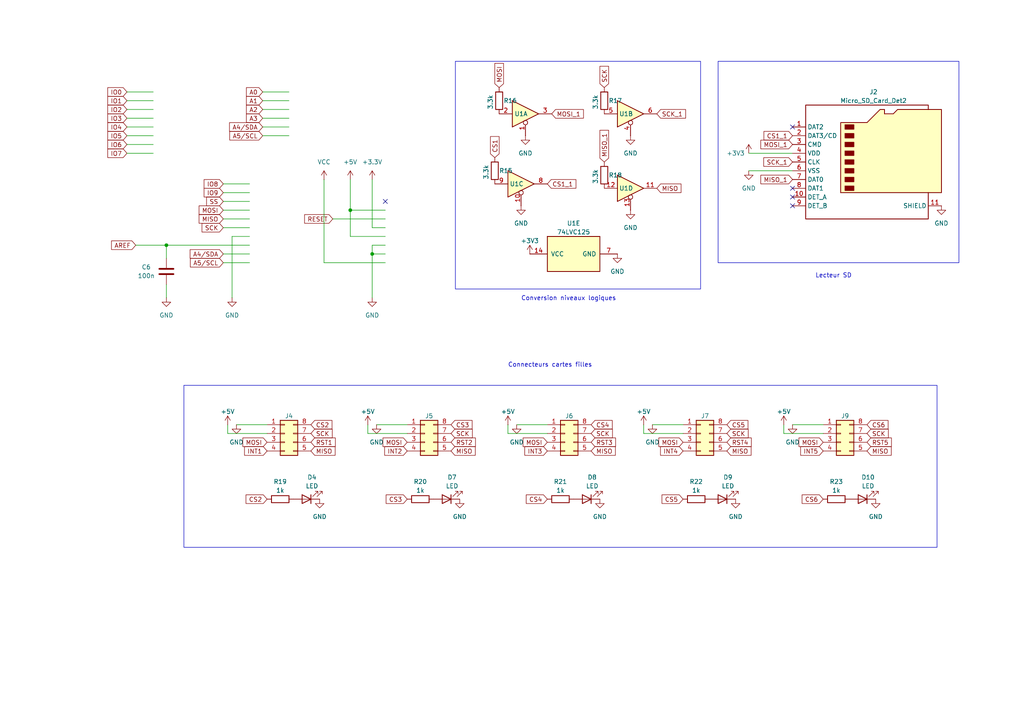
<source format=kicad_sch>
(kicad_sch (version 20231120) (generator "eeschema") (generator_version "8.0")
  (paper "A4")
  (title_block (title "PicoMother") (date "2024-10-02") (rev "0.1") (company "Bonningre Louis") (comment 1 "Lecomte Antoine"))
  (lib_symbols
    (symbol "74xx:74LVC125" (pin_names (offset 1.016))
      (property "Reference" "U" (at 0 1.27 0))
      (property "Value" "74LVC125" (at 0 -1.27 0))
      (symbol "74LVC125_1_0"
        (polyline (pts (xy -3.81 3.81) (xy -3.81 -3.81) (xy 3.81 0) (xy -3.81 3.81)) (stroke (width 0.254)) (fill (type background)))
        (pin input inverted (at 0 -6.35 90) (length 4.445) (name "~") (number "1"))
        (pin input line (at -7.62 0 0) (length 3.81) (name "~") (number "2"))
        (pin tri_state line (at 7.62 0 180) (length 3.81) (name "~") (number "3"))
      )
      (symbol "74LVC125_2_0"
        (polyline (pts (xy -3.81 3.81) (xy -3.81 -3.81) (xy 3.81 0) (xy -3.81 3.81)) (stroke (width 0.254)) (fill (type background)))
        (pin input inverted (at 0 -6.35 90) (length 4.445) (name "~") (number "4"))
        (pin input line (at -7.62 0 0) (length 3.81) (name "~") (number "5"))
        (pin tri_state line (at 7.62 0 180) (length 3.81) (name "~") (number "6"))
      )
      (symbol "74LVC125_3_0"
        (polyline (pts (xy -3.81 3.81) (xy -3.81 -3.81) (xy 3.81 0) (xy -3.81 3.81)) (stroke (width 0.254)) (fill (type background)))
        (pin input inverted (at 0 -6.35 90) (length 4.445) (name "~") (number "10"))
        (pin tri_state line (at 7.62 0 180) (length 3.81) (name "~") (number "8"))
        (pin input line (at -7.62 0 0) (length 3.81) (name "~") (number "9"))
      )
      (symbol "74LVC125_4_0"
        (polyline (pts (xy -3.81 3.81) (xy -3.81 -3.81) (xy 3.81 0) (xy -3.81 3.81)) (stroke (width 0.254)) (fill (type background)))
        (pin tri_state line (at 7.62 0 180) (length 3.81) (name "~") (number "11"))
        (pin input line (at -7.62 0 0) (length 3.81) (name "~") (number "12"))
        (pin input inverted (at 0 -6.35 90) (length 4.445) (name "~") (number "13"))
      )
      (symbol "74LVC125_5_0"
        (pin power_in line (at 0 12.7 270) (length 5.08) (name "VCC") (number "14"))
        (pin power_in line (at 0 -12.7 90) (length 5.08) (name "GND") (number "7"))
      )
      (symbol "74LVC125_5_1"
        (rectangle (start -5.08 7.62) (end 5.08 -7.62) (stroke (width 0.254)) (fill (type background)))
      )
    )
    (symbol "Connector:Micro_SD_Card_Det2"
      (property "Reference" "J" (at -16.51 17.78 0))
      (property "Value" "Micro_SD_Card_Det2" (at 16.51 17.78 0))
      (symbol "Micro_SD_Card_Det2_0_1"
        (rectangle (start -7.62 -6.985) (end -5.08 -8.255) (stroke (width 0.254)) (fill (type outline)))
        (rectangle (start -7.62 -4.445) (end -5.08 -5.715) (stroke (width 0.254)) (fill (type outline)))
        (rectangle (start -7.62 -1.905) (end -5.08 -3.175) (stroke (width 0.254)) (fill (type outline)))
        (rectangle (start -7.62 0.635) (end -5.08 -0.635) (stroke (width 0.254)) (fill (type outline)))
        (rectangle (start -7.62 3.175) (end -5.08 1.905) (stroke (width 0.254)) (fill (type outline)))
        (rectangle (start -7.62 5.715) (end -5.08 4.445) (stroke (width 0.254)) (fill (type outline)))
        (rectangle (start -7.62 8.255) (end -5.08 6.985) (stroke (width 0.254)) (fill (type outline)))
        (rectangle (start -7.62 10.795) (end -5.08 9.525) (stroke (width 0.254)) (fill (type outline)))
        (polyline (pts (xy 16.51 15.24) (xy 16.51 16.51) (xy -19.05 16.51) (xy -19.05 -16.51) (xy 16.51 -16.51) (xy 16.51 -8.89)) (stroke (width 0.254)))
        (polyline (pts (xy -8.89 -8.89) (xy -8.89 11.43) (xy -1.27 11.43) (xy 2.54 15.24) (xy 3.81 15.24) (xy 3.81 13.97) (xy 6.35 13.97) (xy 7.62 15.24) (xy 20.32 15.24) (xy 20.32 -8.89) (xy -8.89 -8.89)) (stroke (width 0.254)) (fill (type background)))
      )
      (symbol "Micro_SD_Card_Det2_1_1"
        (pin bidirectional line (at -22.86 10.16 0) (length 3.81) (name "DAT2") (number "1"))
        (pin passive line (at -22.86 -10.16 0) (length 3.81) (name "DET_A") (number "10"))
        (pin passive line (at 20.32 -12.7 180) (length 3.81) (name "SHIELD") (number "11"))
        (pin bidirectional line (at -22.86 7.62 0) (length 3.81) (name "DAT3/CD") (number "2"))
        (pin input line (at -22.86 5.08 0) (length 3.81) (name "CMD") (number "3"))
        (pin power_in line (at -22.86 2.54 0) (length 3.81) (name "VDD") (number "4"))
        (pin input line (at -22.86 0 0) (length 3.81) (name "CLK") (number "5"))
        (pin power_in line (at -22.86 -2.54 0) (length 3.81) (name "VSS") (number "6"))
        (pin bidirectional line (at -22.86 -5.08 0) (length 3.81) (name "DAT0") (number "7"))
        (pin bidirectional line (at -22.86 -7.62 0) (length 3.81) (name "DAT1") (number "8"))
        (pin passive line (at -22.86 -12.7 0) (length 3.81) (name "DET_B") (number "9"))
      )
    )
    (symbol "Connector_Generic:Conn_02x04_Counter_Clockwise" (pin_names (offset 1.016) hide)
      (property "Reference" "J" (at 1.27 5.08 0))
      (property "Value" "Conn_02x04_Counter_Clockwise" (at 1.27 -7.62 0))
      (symbol "Conn_02x04_Counter_Clockwise_1_1"
        (rectangle (start -1.27 -4.953) (end 0 -5.207) (stroke (width 0.1524)))
        (rectangle (start -1.27 -2.413) (end 0 -2.667) (stroke (width 0.1524)))
        (rectangle (start -1.27 0.127) (end 0 -0.127) (stroke (width 0.1524)))
        (rectangle (start -1.27 2.667) (end 0 2.413) (stroke (width 0.1524)))
        (rectangle (start -1.27 3.81) (end 3.81 -6.35) (stroke (width 0.254)) (fill (type background)))
        (rectangle (start 3.81 -4.953) (end 2.54 -5.207) (stroke (width 0.1524)))
        (rectangle (start 3.81 -2.413) (end 2.54 -2.667) (stroke (width 0.1524)))
        (rectangle (start 3.81 0.127) (end 2.54 -0.127) (stroke (width 0.1524)))
        (rectangle (start 3.81 2.667) (end 2.54 2.413) (stroke (width 0.1524)))
        (pin passive line (at -5.08 2.54 0) (length 3.81) (name "Pin_1") (number "1"))
        (pin passive line (at -5.08 0 0) (length 3.81) (name "Pin_2") (number "2"))
        (pin passive line (at -5.08 -2.54 0) (length 3.81) (name "Pin_3") (number "3"))
        (pin passive line (at -5.08 -5.08 0) (length 3.81) (name "Pin_4") (number "4"))
        (pin passive line (at 7.62 -5.08 180) (length 3.81) (name "Pin_5") (number "5"))
        (pin passive line (at 7.62 -2.54 180) (length 3.81) (name "Pin_6") (number "6"))
        (pin passive line (at 7.62 0 180) (length 3.81) (name "Pin_7") (number "7"))
        (pin passive line (at 7.62 2.54 180) (length 3.81) (name "Pin_8") (number "8"))
      )
    )
    (symbol "Device:C" (pin_numbers hide) (pin_names (offset 0.254))
      (property "Reference" "C" (at 0.635 2.54 0))
      (property "Value" "C" (at 0.635 -2.54 0))
      (symbol "C_0_1"
        (polyline (pts (xy -2.032 -0.762) (xy 2.032 -0.762)) (stroke (width 0.508)))
        (polyline (pts (xy -2.032 0.762) (xy 2.032 0.762)) (stroke (width 0.508)))
      )
      (symbol "C_1_1"
        (pin passive line (at 0 3.81 270) (length 2.794) (name "~") (number "1"))
        (pin passive line (at 0 -3.81 90) (length 2.794) (name "~") (number "2"))
      )
    )
    (symbol "Device:LED" (pin_numbers hide) (pin_names (offset 1.016) hide)
      (property "Reference" "D" (at 0 2.54 0))
      (property "Value" "LED" (at 0 -2.54 0))
      (symbol "LED_0_1"
        (polyline (pts (xy -1.27 -1.27) (xy -1.27 1.27)) (stroke (width 0.254)))
        (polyline (pts (xy -1.27 0) (xy 1.27 0)))
        (polyline (pts (xy 1.27 -1.27) (xy 1.27 1.27) (xy -1.27 0) (xy 1.27 -1.27)) (stroke (width 0.254)))
        (polyline (pts (xy -3.048 -0.762) (xy -4.572 -2.286) (xy -3.81 -2.286) (xy -4.572 -2.286) (xy -4.572 -1.524)))
        (polyline (pts (xy -1.778 -0.762) (xy -3.302 -2.286) (xy -2.54 -2.286) (xy -3.302 -2.286) (xy -3.302 -1.524)))
      )
      (symbol "LED_1_1"
        (pin passive line (at -3.81 0 0) (length 2.54) (name "K") (number "1"))
        (pin passive line (at 3.81 0 180) (length 2.54) (name "A") (number "2"))
      )
    )
    (symbol "Device:R" (pin_numbers hide) (pin_names (offset 0))
      (property "Reference" "R" (at 2.032 0 90))
      (property "Value" "R" (at 0 0 90))
      (symbol "R_0_1"
        (rectangle (start -1.016 -2.54) (end 1.016 2.54) (stroke (width 0.254)))
      )
      (symbol "R_1_1"
        (pin passive line (at 0 3.81 270) (length 1.27) (name "~") (number "1"))
        (pin passive line (at 0 -3.81 90) (length 1.27) (name "~") (number "2"))
      )
    )
    (symbol "power:+3.3V" (power) (pin_numbers hide) (pin_names (offset 0) hide)
      (property "Value" "+3.3V" (at 0 3.556 0))
      (symbol "+3.3V_0_1"
        (polyline (pts (xy -0.762 1.27) (xy 0 2.54)))
        (polyline (pts (xy 0 0) (xy 0 2.54)))
        (polyline (pts (xy 0 2.54) (xy 0.762 1.27)))
      )
      (symbol "+3.3V_1_1"
        (pin power_in line (at 0 0 90) (length 0) (name "~") (number "1"))
      )
    )
    (symbol "power:+5V" (power) (pin_numbers hide) (pin_names (offset 0) hide)
      (property "Value" "+5V" (at 0 3.556 0))
      (symbol "+5V_0_1"
        (polyline (pts (xy -0.762 1.27) (xy 0 2.54)))
        (polyline (pts (xy 0 0) (xy 0 2.54)))
        (polyline (pts (xy 0 2.54) (xy 0.762 1.27)))
      )
      (symbol "+5V_1_1"
        (pin power_in line (at 0 0 90) (length 0) (name "~") (number "1"))
      )
    )
    (symbol "power:GND" (power) (pin_numbers hide) (pin_names (offset 0) hide)
      (property "Value" "GND" (at 0 -3.81 0))
      (symbol "GND_0_1"
        (polyline (pts (xy 0 0) (xy 0 -1.27) (xy 1.27 -1.27) (xy 0 -2.54) (xy -1.27 -1.27) (xy 0 -1.27)))
      )
      (symbol "GND_1_1"
        (pin power_in line (at 0 0 270) (length 0) (name "~") (number "1"))
      )
    )
    (symbol "power:VCC" (power) (pin_numbers hide) (pin_names (offset 0) hide)
      (property "Value" "VCC" (at 0 3.556 0))
      (symbol "VCC_0_1"
        (polyline (pts (xy -0.762 1.27) (xy 0 2.54)))
        (polyline (pts (xy 0 0) (xy 0 2.54)))
        (polyline (pts (xy 0 2.54) (xy 0.762 1.27)))
      )
      (symbol "VCC_1_1"
        (pin power_in line (at 0 0 90) (length 0) (name "~") (number "1"))
      )
    )
  )
  (junction (at 101.6 60.96))
  (junction (at 107.95 73.66))
  (junction (at 48.26 71.12))
  (no_connect (at 229.87 36.83))
  (no_connect (at 111.76 58.42))
  (no_connect (at 229.87 57.15))
  (no_connect (at 229.87 54.61))
  (no_connect (at 229.87 59.69))
  (wire (pts (xy 64.77 58.42) (xy 72.39 58.42)))
  (wire (pts (xy 64.77 66.04) (xy 72.39 66.04)))
  (wire (pts (xy 96.52 63.5) (xy 111.76 63.5)))
  (wire (pts (xy 64.77 63.5) (xy 72.39 63.5)))
  (wire (pts (xy 101.6 68.58) (xy 101.6 60.96)))
  (wire (pts (xy 198.12 125.73) (xy 186.69 125.73)))
  (wire (pts (xy 93.98 76.2) (xy 111.76 76.2)))
  (wire (pts (xy 229.87 123.19) (xy 238.76 123.19)))
  (wire (pts (xy 76.2 39.37) (xy 83.82 39.37)))
  (wire (pts (xy 36.83 26.67) (xy 44.45 26.67)))
  (wire (pts (xy 101.6 52.07) (xy 101.6 60.96)))
  (wire (pts (xy 107.95 52.07) (xy 107.95 66.04)))
  (wire (pts (xy 64.77 60.96) (xy 72.39 60.96)))
  (wire (pts (xy 67.31 68.58) (xy 72.39 68.58)))
  (wire (pts (xy 67.31 68.58) (xy 67.31 86.36)))
  (wire (pts (xy 76.2 26.67) (xy 83.82 26.67)))
  (wire (pts (xy 64.77 55.88) (xy 72.39 55.88)))
  (wire (pts (xy 107.95 73.66) (xy 107.95 71.12)))
  (wire (pts (xy 48.26 71.12) (xy 72.39 71.12)))
  (wire (pts (xy 48.26 86.36) (xy 48.26 82.55)))
  (wire (pts (xy 111.76 68.58) (xy 101.6 68.58)))
  (wire (pts (xy 107.95 71.12) (xy 111.76 71.12)))
  (wire (pts (xy 217.17 49.53) (xy 229.87 49.53)))
  (wire (pts (xy 109.22 123.19) (xy 118.11 123.19)))
  (wire (pts (xy 48.26 71.12) (xy 39.37 71.12)))
  (wire (pts (xy 106.68 125.73) (xy 106.68 123.19)))
  (wire (pts (xy 36.83 31.75) (xy 44.45 31.75)))
  (wire (pts (xy 36.83 34.29) (xy 44.45 34.29)))
  (wire (pts (xy 107.95 73.66) (xy 111.76 73.66)))
  (wire (pts (xy 48.26 74.93) (xy 48.26 71.12)))
  (wire (pts (xy 186.69 125.73) (xy 186.69 123.19)))
  (wire (pts (xy 76.2 31.75) (xy 83.82 31.75)))
  (wire (pts (xy 147.32 125.73) (xy 147.32 123.19)))
  (wire (pts (xy 76.2 29.21) (xy 83.82 29.21)))
  (wire (pts (xy 64.77 76.2) (xy 72.39 76.2)))
  (wire (pts (xy 189.23 123.19) (xy 198.12 123.19)))
  (wire (pts (xy 36.83 44.45) (xy 44.45 44.45)))
  (wire (pts (xy 76.2 34.29) (xy 83.82 34.29)))
  (wire (pts (xy 107.95 86.36) (xy 107.95 73.66)))
  (wire (pts (xy 36.83 36.83) (xy 44.45 36.83)))
  (wire (pts (xy 118.11 125.73) (xy 106.68 125.73)))
  (wire (pts (xy 238.76 125.73) (xy 227.33 125.73)))
  (wire (pts (xy 101.6 60.96) (xy 111.76 60.96)))
  (wire (pts (xy 149.86 123.19) (xy 158.75 123.19)))
  (wire (pts (xy 158.75 125.73) (xy 147.32 125.73)))
  (wire (pts (xy 64.77 53.34) (xy 72.39 53.34)))
  (wire (pts (xy 227.33 125.73) (xy 227.33 123.19)))
  (wire (pts (xy 68.58 123.19) (xy 77.47 123.19)))
  (wire (pts (xy 36.83 39.37) (xy 44.45 39.37)))
  (wire (pts (xy 36.83 29.21) (xy 44.45 29.21)))
  (wire (pts (xy 217.17 44.45) (xy 229.87 44.45)))
  (wire (pts (xy 77.47 125.73) (xy 66.04 125.73)))
  (wire (pts (xy 36.83 41.91) (xy 44.45 41.91)))
  (wire (pts (xy 76.2 36.83) (xy 83.82 36.83)))
  (wire (pts (xy 66.04 125.73) (xy 66.04 123.19)))
  (wire (pts (xy 64.77 73.66) (xy 72.39 73.66)))
  (wire (pts (xy 93.98 52.07) (xy 93.98 76.2)))
  (wire (pts (xy 107.95 66.04) (xy 111.76 66.04)))
  (rectangle (start 53.34 111.76) (end 271.78 158.75))
  (rectangle (start 132.08 17.78) (end 203.2 83.82))
  (rectangle (start 208.28 17.78) (end 278.13 76.2))
  (text "Conversion niveaux logiques" (at 151.13 87.376 0) (effects (font (size 1.27 1.27)) (justify left bottom)))
  (text "Lecteur SD" (at 236.474 80.772 0) (effects (font (size 1.27 1.27)) (justify left bottom)))
  (text "Connecteurs cartes filles" (at 147.32 106.68 0) (effects (font (size 1.27 1.27)) (justify left bottom)))
  (global_label "A5{slash}SCL" (shape input) (at 64.77 76.2 180) (property "Intersheetrefs" "${INTERSHEET_REFS}" (effects (hide yes))))
  (global_label "IO3" (shape input) (at 36.83 34.29 180) (property "Intersheetrefs" "${INTERSHEET_REFS}" (effects (hide yes))))
  (global_label "INT5" (shape input) (at 238.76 130.81 180) (property "Intersheetrefs" "${INTERSHEET_REFS}" (effects (hide yes))))
  (global_label "SS" (shape input) (at 64.77 58.42 180) (property "Intersheetrefs" "${INTERSHEET_REFS}" (effects (hide yes))))
  (global_label "CS3" (shape input) (at 130.81 123.19 0) (property "Intersheetrefs" "${INTERSHEET_REFS}" (effects (hide yes))))
  (global_label "MOSI" (shape input) (at 198.12 128.27 180) (property "Intersheetrefs" "${INTERSHEET_REFS}" (effects (hide yes))))
  (global_label "CS6" (shape input) (at 251.46 123.19 0) (property "Intersheetrefs" "${INTERSHEET_REFS}" (effects (hide yes))))
  (global_label "RST2" (shape input) (at 130.81 128.27 0) (property "Intersheetrefs" "${INTERSHEET_REFS}" (effects (hide yes))))
  (global_label "RST5" (shape input) (at 251.46 128.27 0) (property "Intersheetrefs" "${INTERSHEET_REFS}" (effects (hide yes))))
  (global_label "A5{slash}SCL" (shape input) (at 76.2 39.37 180) (property "Intersheetrefs" "${INTERSHEET_REFS}" (effects (hide yes))))
  (global_label "CS1" (shape input) (at 143.51 45.72 90) (property "Intersheetrefs" "${INTERSHEET_REFS}" (effects (hide yes))))
  (global_label "SCK" (shape input) (at 251.46 125.73 0) (property "Intersheetrefs" "${INTERSHEET_REFS}" (effects (hide yes))))
  (global_label "CS5" (shape input) (at 210.82 123.19 0) (property "Intersheetrefs" "${INTERSHEET_REFS}" (effects (hide yes))))
  (global_label "INT2" (shape input) (at 118.11 130.81 180) (property "Intersheetrefs" "${INTERSHEET_REFS}" (effects (hide yes))))
  (global_label "CS4" (shape input) (at 171.45 123.19 0) (property "Intersheetrefs" "${INTERSHEET_REFS}" (effects (hide yes))))
  (global_label "MOSI" (shape input) (at 77.47 128.27 180) (property "Intersheetrefs" "${INTERSHEET_REFS}" (effects (hide yes))))
  (global_label "MOSI" (shape input) (at 64.77 60.96 180) (property "Intersheetrefs" "${INTERSHEET_REFS}" (effects (hide yes))))
  (global_label "SCK" (shape input) (at 64.77 66.04 180) (property "Intersheetrefs" "${INTERSHEET_REFS}" (effects (hide yes))))
  (global_label "A3" (shape input) (at 76.2 34.29 180) (property "Intersheetrefs" "${INTERSHEET_REFS}" (effects (hide yes))))
  (global_label "INT1" (shape input) (at 77.47 130.81 180) (property "Intersheetrefs" "${INTERSHEET_REFS}" (effects (hide yes))))
  (global_label "IO2" (shape input) (at 36.83 31.75 180) (property "Intersheetrefs" "${INTERSHEET_REFS}" (effects (hide yes))))
  (global_label "IO1" (shape input) (at 36.83 29.21 180) (property "Intersheetrefs" "${INTERSHEET_REFS}" (effects (hide yes))))
  (global_label "SCK" (shape input) (at 210.82 125.73 0) (property "Intersheetrefs" "${INTERSHEET_REFS}" (effects (hide yes))))
  (global_label "MOSI_1" (shape input) (at 229.87 41.91 180) (property "Intersheetrefs" "${INTERSHEET_REFS}" (effects (hide yes))))
  (global_label "IO7" (shape input) (at 36.83 44.45 180) (property "Intersheetrefs" "${INTERSHEET_REFS}" (effects (hide yes))))
  (global_label "IO6" (shape input) (at 36.83 41.91 180) (property "Intersheetrefs" "${INTERSHEET_REFS}" (effects (hide yes))))
  (global_label "AREF" (shape input) (at 39.37 71.12 180) (property "Intersheetrefs" "${INTERSHEET_REFS}" (effects (hide yes))))
  (global_label "CS3" (shape input) (at 118.11 144.78 180) (property "Intersheetrefs" "${INTERSHEET_REFS}" (effects (hide yes))))
  (global_label "RST3" (shape input) (at 171.45 128.27 0) (property "Intersheetrefs" "${INTERSHEET_REFS}" (effects (hide yes))))
  (global_label "A4{slash}SDA" (shape input) (at 64.77 73.66 180) (property "Intersheetrefs" "${INTERSHEET_REFS}" (effects (hide yes))))
  (global_label "IO0" (shape input) (at 36.83 26.67 180) (property "Intersheetrefs" "${INTERSHEET_REFS}" (effects (hide yes))))
  (global_label "INT4" (shape input) (at 198.12 130.81 180) (property "Intersheetrefs" "${INTERSHEET_REFS}" (effects (hide yes))))
  (global_label "MISO" (shape input) (at 90.17 130.81 0) (property "Intersheetrefs" "${INTERSHEET_REFS}" (effects (hide yes))))
  (global_label "MISO" (shape input) (at 251.46 130.81 0) (property "Intersheetrefs" "${INTERSHEET_REFS}" (effects (hide yes))))
  (global_label "MISO_1" (shape input) (at 175.26 46.99 90) (property "Intersheetrefs" "${INTERSHEET_REFS}" (effects (hide yes))))
  (global_label "MISO" (shape input) (at 64.77 63.5 180) (property "Intersheetrefs" "${INTERSHEET_REFS}" (effects (hide yes))))
  (global_label "SCK" (shape input) (at 130.81 125.73 0) (property "Intersheetrefs" "${INTERSHEET_REFS}" (effects (hide yes))))
  (global_label "INT3" (shape input) (at 158.75 130.81 180) (property "Intersheetrefs" "${INTERSHEET_REFS}" (effects (hide yes))))
  (global_label "SCK" (shape input) (at 175.26 25.4 90) (property "Intersheetrefs" "${INTERSHEET_REFS}" (effects (hide yes))))
  (global_label "CS2" (shape input) (at 90.17 123.19 0) (property "Intersheetrefs" "${INTERSHEET_REFS}" (effects (hide yes))))
  (global_label "RESET" (shape input) (at 96.52 63.5 180) (property "Intersheetrefs" "${INTERSHEET_REFS}" (effects (hide yes))))
  (global_label "IO9" (shape input) (at 64.77 55.88 180) (property "Intersheetrefs" "${INTERSHEET_REFS}" (effects (hide yes))))
  (global_label "CS2" (shape input) (at 77.47 144.78 180) (property "Intersheetrefs" "${INTERSHEET_REFS}" (effects (hide yes))))
  (global_label "A0" (shape input) (at 76.2 26.67 180) (property "Intersheetrefs" "${INTERSHEET_REFS}" (effects (hide yes))))
  (global_label "MOSI_1" (shape input) (at 160.02 33.02 0) (property "Intersheetrefs" "${INTERSHEET_REFS}" (effects (hide yes))))
  (global_label "A1" (shape input) (at 76.2 29.21 180) (property "Intersheetrefs" "${INTERSHEET_REFS}" (effects (hide yes))))
  (global_label "MISO_1" (shape input) (at 229.87 52.07 180) (property "Intersheetrefs" "${INTERSHEET_REFS}" (effects (hide yes))))
  (global_label "CS1_1" (shape input) (at 229.87 39.37 180) (property "Intersheetrefs" "${INTERSHEET_REFS}" (effects (hide yes))))
  (global_label "CS5" (shape input) (at 198.12 144.78 180) (property "Intersheetrefs" "${INTERSHEET_REFS}" (effects (hide yes))))
  (global_label "RST1" (shape input) (at 90.17 128.27 0) (property "Intersheetrefs" "${INTERSHEET_REFS}" (effects (hide yes))))
  (global_label "MOSI" (shape input) (at 118.11 128.27 180) (property "Intersheetrefs" "${INTERSHEET_REFS}" (effects (hide yes))))
  (global_label "CS6" (shape input) (at 238.76 144.78 180) (property "Intersheetrefs" "${INTERSHEET_REFS}" (effects (hide yes))))
  (global_label "RST4" (shape input) (at 210.82 128.27 0) (property "Intersheetrefs" "${INTERSHEET_REFS}" (effects (hide yes))))
  (global_label "MOSI" (shape input) (at 158.75 128.27 180) (property "Intersheetrefs" "${INTERSHEET_REFS}" (effects (hide yes))))
  (global_label "A2" (shape input) (at 76.2 31.75 180) (property "Intersheetrefs" "${INTERSHEET_REFS}" (effects (hide yes))))
  (global_label "MISO" (shape input) (at 210.82 130.81 0) (property "Intersheetrefs" "${INTERSHEET_REFS}" (effects (hide yes))))
  (global_label "IO4" (shape input) (at 36.83 36.83 180) (property "Intersheetrefs" "${INTERSHEET_REFS}" (effects (hide yes))))
  (global_label "SCK_1" (shape input) (at 229.87 46.99 180) (property "Intersheetrefs" "${INTERSHEET_REFS}" (effects (hide yes))))
  (global_label "A4{slash}SDA" (shape input) (at 76.2 36.83 180) (property "Intersheetrefs" "${INTERSHEET_REFS}" (effects (hide yes))))
  (global_label "MOSI" (shape input) (at 144.78 25.4 90) (property "Intersheetrefs" "${INTERSHEET_REFS}" (effects (hide yes))))
  (global_label "CS4" (shape input) (at 158.75 144.78 180) (property "Intersheetrefs" "${INTERSHEET_REFS}" (effects (hide yes))))
  (global_label "CS1_1" (shape input) (at 158.75 53.34 0) (property "Intersheetrefs" "${INTERSHEET_REFS}" (effects (hide yes))))
  (global_label "SCK" (shape input) (at 90.17 125.73 0) (property "Intersheetrefs" "${INTERSHEET_REFS}" (effects (hide yes))))
  (global_label "IO8" (shape input) (at 64.77 53.34 180) (property "Intersheetrefs" "${INTERSHEET_REFS}" (effects (hide yes))))
  (global_label "MOSI" (shape input) (at 238.76 128.27 180) (property "Intersheetrefs" "${INTERSHEET_REFS}" (effects (hide yes))))
  (global_label "MISO" (shape input) (at 130.81 130.81 0) (property "Intersheetrefs" "${INTERSHEET_REFS}" (effects (hide yes))))
  (global_label "SCK" (shape input) (at 171.45 125.73 0) (property "Intersheetrefs" "${INTERSHEET_REFS}" (effects (hide yes))))
  (global_label "MISO" (shape input) (at 171.45 130.81 0) (property "Intersheetrefs" "${INTERSHEET_REFS}" (effects (hide yes))))
  (global_label "IO5" (shape input) (at 36.83 39.37 180) (property "Intersheetrefs" "${INTERSHEET_REFS}" (effects (hide yes))))
  (global_label "SCK_1" (shape input) (at 190.5 33.02 0) (property "Intersheetrefs" "${INTERSHEET_REFS}" (effects (hide yes))))
  (global_label "MISO" (shape input) (at 190.5 54.61 0) (property "Intersheetrefs" "${INTERSHEET_REFS}" (effects (hide yes))))
  (symbol (lib_id "Connector_Generic:Conn_02x04_Counter_Clockwise") (at 123.19 125.73 0) (unit 1)
    (property "Reference" "J5" (at 124.46 120.65 0))
    (property "Value" "Conn_02x04_Counter_Clockwise" (effects (hide yes)))
    (property "Footprint" "Connector_IDC:IDC-Header_2x04_P2.54mm_Vertical" (effects (hide yes)))
  )
  (symbol (lib_id "power:+3.3V") (at 153.67 73.66 0) (unit 1)
    (property "Reference" "#PWR06" (effects (hide yes)))
    (property "Value" "+3V3" (at 153.67 69.85 0))
  )
  (symbol (lib_id "power:GND") (at 107.95 86.36 0) (unit 1)
    (property "Reference" "#PWR045" (effects (hide yes)))
    (property "Value" "GND" (at 107.95 91.44 0))
    (property "Description" "Power symbol creates a global label with name \"GND\" , ground" (effects (hide yes)))
  )
  (symbol (lib_id "Device:LED") (at 170.18 144.78 180) (unit 1)
    (property "Reference" "D8" (at 171.7675 138.43 0))
    (property "Value" "LED" (at 171.7675 140.97 0))
    (property "Footprint" "LED_SMD:LED_0603_1608Metric_Pad1.05x0.95mm_HandSolder" (effects (hide yes)))
  )
  (symbol (lib_id "power:GND") (at 109.22 123.19 0) (unit 1)
    (property "Reference" "#PWR017" (effects (hide yes)))
    (property "Value" "GND" (at 109.22 128.27 0))
  )
  (symbol (lib_id "Device:R") (at 201.93 144.78 90) (unit 1)
    (property "Reference" "R22" (at 201.93 139.7 90))
    (property "Value" "1k" (at 201.93 142.24 90))
    (property "Footprint" "Resistor_SMD:R_0603_1608Metric_Pad0.98x0.95mm_HandSolder" (effects (hide yes)))
  )
  (symbol (lib_id "power:GND") (at 273.05 59.69 0) (unit 1)
    (property "Reference" "#PWR012" (effects (hide yes)))
    (property "Value" "GND" (at 273.05 64.77 0))
  )
  (symbol (lib_id "74xx:74LVC125") (at 152.4 33.02 0) (unit 1)
    (property "Reference" "U1" (at 151.13 33.02 0))
    (property "Value" "74LVC125" (effects (hide yes)))
    (property "Footprint" "Package_SO:SOIC-14_3.9x8.7mm_P1.27mm" (effects (hide yes)))
    (property "Datasheet" "http://www.ti.com/lit/gpn/sn74LVC125" (effects (hide yes)))
  )
  (symbol (lib_id "Device:C") (at 48.26 78.74 0) (unit 1)
    (property "Reference" "C6" (at 42.418 77.47 0))
    (property "Value" "100n" (at 42.418 80.01 0))
    (property "Footprint" "Capacitor_SMD:C_0603_1608Metric" (effects (hide yes)))
    (property "Description" "Unpolarized capacitor" (effects (hide yes)))
  )
  (symbol (lib_id "Device:LED") (at 209.55 144.78 180) (unit 1)
    (property "Reference" "D9" (at 211.1375 138.43 0))
    (property "Value" "LED" (at 211.1375 140.97 0))
    (property "Footprint" "LED_SMD:LED_0603_1608Metric_Pad1.05x0.95mm_HandSolder" (effects (hide yes)))
  )
  (symbol (lib_id "Device:R") (at 81.28 144.78 90) (unit 1)
    (property "Reference" "R19" (at 81.28 139.7 90))
    (property "Value" "1k" (at 81.28 142.24 90))
    (property "Footprint" "Resistor_SMD:R_0603_1608Metric_Pad0.98x0.95mm_HandSolder" (effects (hide yes)))
  )
  (symbol (lib_id "power:GND") (at 67.31 86.36 0) (unit 1)
    (property "Reference" "#PWR036" (effects (hide yes)))
    (property "Value" "GND" (at 67.31 91.44 0))
    (property "Description" "Power symbol creates a global label with name \"GND\" , ground" (effects (hide yes)))
  )
  (symbol (lib_id "power:GND") (at 213.36 144.78 0) (unit 1)
    (property "Reference" "#PWR049" (effects (hide yes)))
    (property "Value" "GND" (at 213.36 149.86 0))
  )
  (symbol (lib_id "Device:LED") (at 129.54 144.78 180) (unit 1)
    (property "Reference" "D7" (at 131.1275 138.43 0))
    (property "Value" "LED" (at 131.1275 140.97 0))
    (property "Footprint" "LED_SMD:LED_0603_1608Metric_Pad1.05x0.95mm_HandSolder" (effects (hide yes)))
  )
  (symbol (lib_id "Device:R") (at 175.26 50.8 0) (unit 1)
    (property "Reference" "R18" (at 176.53 50.8 0) (effects (justify left)))
    (property "Value" "3.3k" (at 172.72 53.34 90) (effects (justify left)))
    (property "Footprint" "Resistor_SMD:R_0603_1608Metric_Pad0.98x0.95mm_HandSolder" (effects (hide yes)))
  )
  (symbol (lib_id "power:GND") (at 254 144.78 0) (unit 1)
    (property "Reference" "#PWR052" (effects (hide yes)))
    (property "Value" "GND" (at 254 149.86 0))
  )
  (symbol (lib_id "Connector:Micro_SD_Card_Det2") (at 252.73 46.99 0) (unit 1)
    (property "Reference" "J2" (at 253.365 26.67 0))
    (property "Value" "Micro_SD_Card_Det2" (at 253.365 29.21 0))
    (property "Footprint" "Connector_Card:microSD_HC_Molex_104031-0811" (effects (hide yes)))
    (property "Datasheet" "https://www.hirose.com/en/product/document?clcode=&productname=&series=DM3&documenttype=Catalog&lang=en&documentid=D49662_en" (effects (hide yes)))
  )
  (symbol (lib_id "power:+5V") (at 106.68 123.19 0) (unit 1)
    (property "Reference" "#PWR016" (effects (hide yes)))
    (property "Value" "+5V" (at 106.68 119.38 0))
  )
  (symbol (lib_id "Device:R") (at 175.26 29.21 0) (unit 1)
    (property "Reference" "R17" (at 176.53 29.21 0) (effects (justify left)))
    (property "Value" "3.3k" (at 172.72 31.75 90) (effects (justify left)))
    (property "Footprint" "Resistor_SMD:R_0603_1608Metric_Pad0.98x0.95mm_HandSolder" (effects (hide yes)))
  )
  (symbol (lib_id "power:GND") (at 151.13 59.69 0) (unit 1)
    (property "Reference" "#PWR04" (effects (hide yes)))
    (property "Value" "GND" (at 151.13 64.77 0))
  )
  (symbol (lib_id "power:GND") (at 229.87 123.19 0) (unit 1)
    (property "Reference" "#PWR051" (effects (hide yes)))
    (property "Value" "GND" (at 229.87 128.27 0))
  )
  (symbol (lib_id "power:GND") (at 149.86 123.19 0) (unit 1)
    (property "Reference" "#PWR033" (effects (hide yes)))
    (property "Value" "GND" (at 149.86 128.27 0))
  )
  (symbol (lib_id "Connector_Generic:Conn_02x04_Counter_Clockwise") (at 243.84 125.73 0) (unit 1)
    (property "Reference" "J9" (at 245.11 120.65 0))
    (property "Value" "Conn_02x04_Counter_Clockwise" (effects (hide yes)))
    (property "Footprint" "Connector_IDC:IDC-Header_2x04_P2.54mm_Vertical" (effects (hide yes)))
  )
  (symbol (lib_id "power:GND") (at 152.4 39.37 0) (unit 1)
    (property "Reference" "#PWR05" (effects (hide yes)))
    (property "Value" "GND" (at 152.4 44.45 0))
  )
  (symbol (lib_id "power:GND") (at 48.26 86.36 0) (unit 1)
    (property "Reference" "#PWR034" (effects (hide yes)))
    (property "Value" "GND" (at 48.26 91.44 0))
    (property "Description" "Power symbol creates a global label with name \"GND\" , ground" (effects (hide yes)))
  )
  (symbol (lib_id "power:GND") (at 189.23 123.19 0) (unit 1)
    (property "Reference" "#PWR048" (effects (hide yes)))
    (property "Value" "GND" (at 189.23 128.27 0))
  )
  (symbol (lib_id "Device:LED") (at 88.9 144.78 180) (unit 1)
    (property "Reference" "D4" (at 90.4875 138.43 0))
    (property "Value" "LED" (at 90.4875 140.97 0))
    (property "Footprint" "LED_SMD:LED_0603_1608Metric_Pad1.05x0.95mm_HandSolder" (effects (hide yes)))
  )
  (symbol (lib_id "Connector_Generic:Conn_02x04_Counter_Clockwise") (at 203.2 125.73 0) (unit 1)
    (property "Reference" "J7" (at 204.47 120.65 0))
    (property "Value" "Conn_02x04_Counter_Clockwise" (effects (hide yes)))
    (property "Footprint" "Connector_IDC:IDC-Header_2x04_P2.54mm_Vertical" (effects (hide yes)))
  )
  (symbol (lib_id "74xx:74LVC125") (at 182.88 33.02 0) (unit 2)
    (property "Reference" "U1" (at 181.61 33.02 0))
    (property "Value" "74LVC125" (effects (hide yes)))
    (property "Footprint" "Package_SO:SOIC-14_3.9x8.7mm_P1.27mm" (effects (hide yes)))
    (property "Datasheet" "http://www.ti.com/lit/gpn/sn74LVC125" (effects (hide yes)))
  )
  (symbol (lib_id "power:+3.3V") (at 107.95 52.07 0) (unit 1)
    (property "Reference" "#PWR030" (effects (hide yes)))
    (property "Value" "+3.3V" (at 107.95 46.99 0))
    (property "Description" "Power symbol creates a global label with name \"+3.3V\"" (effects (hide yes)))
  )
  (symbol (lib_id "Connector_Generic:Conn_02x04_Counter_Clockwise") (at 82.55 125.73 0) (unit 1)
    (property "Reference" "J4" (at 83.82 120.65 0))
    (property "Value" "Conn_02x04_Counter_Clockwise" (effects (hide yes)))
    (property "Footprint" "Connector_IDC:IDC-Header_2x04_P2.54mm_Vertical" (effects (hide yes)))
  )
  (symbol (lib_id "power:GND") (at 68.58 123.19 0) (unit 1)
    (property "Reference" "#PWR014" (effects (hide yes)))
    (property "Value" "GND" (at 68.58 128.27 0))
  )
  (symbol (lib_id "Device:LED") (at 250.19 144.78 180) (unit 1)
    (property "Reference" "D10" (at 251.7775 138.43 0))
    (property "Value" "LED" (at 251.7775 140.97 0))
    (property "Footprint" "LED_SMD:LED_0603_1608Metric_Pad1.05x0.95mm_HandSolder" (effects (hide yes)))
  )
  (symbol (lib_id "Device:R") (at 143.51 49.53 0) (unit 1)
    (property "Reference" "R15" (at 144.78 49.53 0) (effects (justify left)))
    (property "Value" "3.3k" (at 140.97 52.07 90) (effects (justify left)))
    (property "Footprint" "Resistor_SMD:R_0603_1608Metric_Pad0.98x0.95mm_HandSolder" (effects (hide yes)))
  )
  (symbol (lib_id "power:+5V") (at 66.04 123.19 0) (unit 1)
    (property "Reference" "#PWR013" (effects (hide yes)))
    (property "Value" "+5V" (at 66.04 119.38 0))
  )
  (symbol (lib_id "power:VCC") (at 93.98 52.07 0) (unit 1)
    (property "Reference" "#PWR044" (effects (hide yes)))
    (property "Value" "VCC" (at 93.98 46.99 0))
    (property "Description" "Power symbol creates a global label with name \"VCC\"" (effects (hide yes)))
  )
  (symbol (lib_id "power:GND") (at 182.88 39.37 0) (unit 1)
    (property "Reference" "#PWR08" (effects (hide yes)))
    (property "Value" "GND" (at 182.88 44.45 0))
  )
  (symbol (lib_id "power:GND") (at 182.88 60.96 0) (unit 1)
    (property "Reference" "#PWR09" (effects (hide yes)))
    (property "Value" "GND" (at 182.88 66.04 0))
  )
  (symbol (lib_id "power:+5V") (at 186.69 123.19 0) (unit 1)
    (property "Reference" "#PWR047" (effects (hide yes)))
    (property "Value" "+5V" (at 186.69 119.38 0))
  )
  (symbol (lib_id "Device:R") (at 144.78 29.21 0) (unit 1)
    (property "Reference" "R16" (at 146.05 29.21 0) (effects (justify left)))
    (property "Value" "3.3k" (at 142.24 31.75 90) (effects (justify left)))
    (property "Footprint" "Resistor_SMD:R_0603_1608Metric_Pad0.98x0.95mm_HandSolder" (effects (hide yes)))
  )
  (symbol (lib_id "74xx:74LVC125") (at 151.13 53.34 0) (unit 3)
    (property "Reference" "U1" (at 149.86 53.34 0))
    (property "Value" "74LVC125" (effects (hide yes)))
    (property "Footprint" "Package_SO:SOIC-14_3.9x8.7mm_P1.27mm" (effects (hide yes)))
    (property "Datasheet" "http://www.ti.com/lit/gpn/sn74LVC125" (effects (hide yes)))
  )
  (symbol (lib_id "Device:R") (at 242.57 144.78 90) (unit 1)
    (property "Reference" "R23" (at 242.57 139.7 90))
    (property "Value" "1k" (at 242.57 142.24 90))
    (property "Footprint" "Resistor_SMD:R_0603_1608Metric_Pad0.98x0.95mm_HandSolder" (effects (hide yes)))
  )
  (symbol (lib_id "power:+3.3V") (at 217.17 44.45 0) (unit 1)
    (property "Reference" "#PWR010" (effects (hide yes)))
    (property "Value" "+3V3" (at 213.36 44.45 0))
  )
  (symbol (lib_id "power:GND") (at 179.07 73.66 0) (unit 1)
    (property "Reference" "#PWR07" (effects (hide yes)))
    (property "Value" "GND" (at 179.07 78.74 0))
  )
  (symbol (lib_id "power:GND") (at 217.17 49.53 0) (unit 1)
    (property "Reference" "#PWR011" (effects (hide yes)))
    (property "Value" "GND" (at 217.17 54.61 0))
  )
  (symbol (lib_id "power:GND") (at 92.71 144.78 0) (unit 1)
    (property "Reference" "#PWR015" (effects (hide yes)))
    (property "Value" "GND" (at 92.71 149.86 0))
  )
  (symbol (lib_id "power:+5V") (at 227.33 123.19 0) (unit 1)
    (property "Reference" "#PWR050" (effects (hide yes)))
    (property "Value" "+5V" (at 227.33 119.38 0))
  )
  (symbol (lib_id "74xx:74LVC125") (at 182.88 54.61 0) (unit 4)
    (property "Reference" "U1" (at 181.61 54.61 0))
    (property "Value" "74LVC125" (effects (hide yes)))
    (property "Footprint" "Package_SO:SOIC-14_3.9x8.7mm_P1.27mm" (effects (hide yes)))
    (property "Datasheet" "http://www.ti.com/lit/gpn/sn74LVC125" (effects (hide yes)))
  )
  (symbol (lib_id "Device:R") (at 162.56 144.78 90) (unit 1)
    (property "Reference" "R21" (at 162.56 139.7 90))
    (property "Value" "1k" (at 162.56 142.24 90))
    (property "Footprint" "Resistor_SMD:R_0603_1608Metric_Pad0.98x0.95mm_HandSolder" (effects (hide yes)))
  )
  (symbol (lib_id "power:GND") (at 173.99 144.78 0) (unit 1)
    (property "Reference" "#PWR046" (effects (hide yes)))
    (property "Value" "GND" (at 173.99 149.86 0))
  )
  (symbol (lib_id "74xx:74LVC125") (at 166.37 73.66 90) (unit 5)
    (property "Reference" "U1" (at 166.37 64.77 90))
    (property "Value" "74LVC125" (at 166.37 67.31 90))
    (property "Footprint" "Package_SO:SOIC-14_3.9x8.7mm_P1.27mm" (effects (hide yes)))
    (property "Datasheet" "http://www.ti.com/lit/gpn/sn74LVC125" (effects (hide yes)))
  )
  (symbol (lib_id "Connector_Generic:Conn_02x04_Counter_Clockwise") (at 163.83 125.73 0) (unit 1)
    (property "Reference" "J6" (at 165.1 120.65 0))
    (property "Value" "Conn_02x04_Counter_Clockwise" (effects (hide yes)))
    (property "Footprint" "Connector_IDC:IDC-Header_2x04_P2.54mm_Vertical" (effects (hide yes)))
  )
  (symbol (lib_id "Device:R") (at 121.92 144.78 90) (unit 1)
    (property "Reference" "R20" (at 121.92 139.7 90))
    (property "Value" "1k" (at 121.92 142.24 90))
    (property "Footprint" "Resistor_SMD:R_0603_1608Metric_Pad0.98x0.95mm_HandSolder" (effects (hide yes)))
  )
  (symbol (lib_id "power:+5V") (at 101.6 52.07 0) (unit 1)
    (property "Reference" "#PWR021" (effects (hide yes)))
    (property "Value" "+5V" (at 101.6 46.99 0))
    (property "Description" "Power symbol creates a global label with name \"+5V\"" (effects (hide yes)))
  )
  (symbol (lib_id "power:GND") (at 133.35 144.78 0) (unit 1)
    (property "Reference" "#PWR019" (effects (hide yes)))
    (property "Value" "GND" (at 133.35 149.86 0))
  )
  (symbol (lib_id "power:+5V") (at 147.32 123.19 0) (unit 1)
    (property "Reference" "#PWR020" (effects (hide yes)))
    (property "Value" "+5V" (at 147.32 119.38 0))
  )
)
</source>
